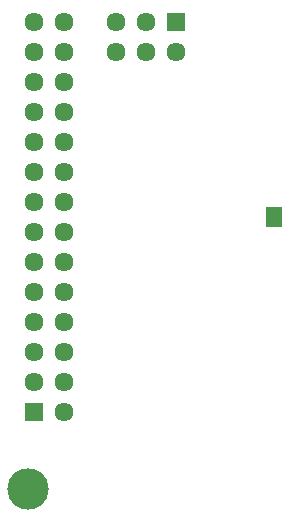
<source format=gbs>
G75*
G70*
%OFA0B0*%
%FSLAX24Y24*%
%IPPOS*%
%LPD*%
%AMOC8*
5,1,8,0,0,1.08239X$1,22.5*
%
%ADD10R,0.0635X0.0635*%
%ADD11C,0.0635*%
%ADD12R,0.0580X0.0330*%
%ADD13C,0.1380*%
D10*
X001595Y003953D03*
X006345Y016953D03*
D11*
X006345Y015953D03*
X005345Y015953D03*
X005345Y016953D03*
X004345Y016953D03*
X004345Y015953D03*
X002595Y015953D03*
X002595Y016953D03*
X001595Y016953D03*
X001595Y015953D03*
X001595Y014953D03*
X001595Y013953D03*
X001595Y012953D03*
X001595Y011953D03*
X001595Y010953D03*
X001595Y009953D03*
X001595Y008953D03*
X001595Y007953D03*
X001595Y006953D03*
X001595Y005953D03*
X001595Y004953D03*
X002595Y004953D03*
X002595Y005953D03*
X002595Y006953D03*
X002595Y007953D03*
X002595Y008953D03*
X002595Y009953D03*
X002595Y010953D03*
X002595Y011953D03*
X002595Y012953D03*
X002595Y013953D03*
X002595Y014953D03*
X002595Y003953D03*
D12*
X009595Y010276D03*
X009595Y010630D03*
D13*
X001398Y001394D03*
M02*

</source>
